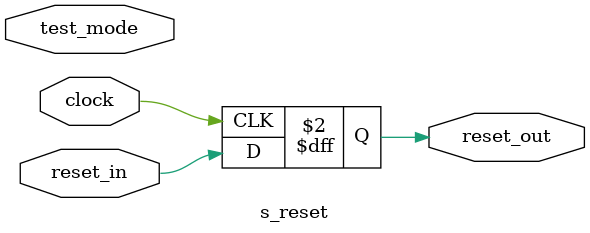
<source format=v>
module s_reset (reset_in, test_mode,  reset_out, clock);

input reset_in, clock, test_mode;

output reset_out;

reg reset_out;

always @(posedge clock) begin
  reset_out <= reset_in;
end

endmodule

</source>
